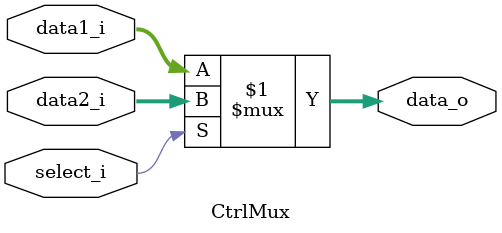
<source format=v>
module CtrlMux(data1_i,data2_i,select_i,data_o);
    input [4:0] data1_i,data2_i;
    input select_i;
    output [4:0] data_o;
    assign data_o = ( select_i ? data2_i : data1_i );
endmodule

</source>
